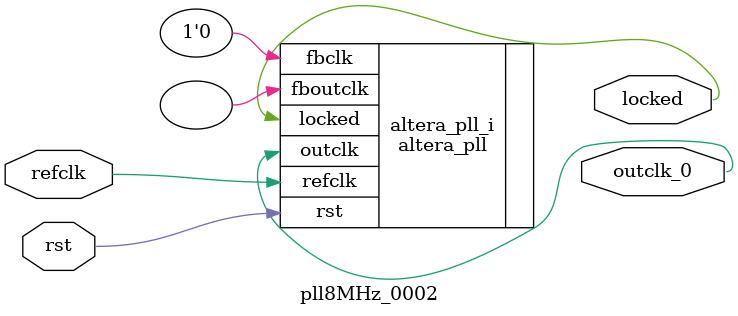
<source format=v>
`timescale 1ns/10ps
module  pll8MHz_0002(

	// interface 'refclk'
	input wire refclk,

	// interface 'reset'
	input wire rst,

	// interface 'outclk0'
	output wire outclk_0,

	// interface 'locked'
	output wire locked
);

	altera_pll #(
		.fractional_vco_multiplier("false"),
		.reference_clock_frequency("50.0 MHz"),
		.operation_mode("direct"),
		.number_of_clocks(1),
		.output_clock_frequency0("8.000000 MHz"),
		.phase_shift0("0 ps"),
		.duty_cycle0(50),
		.output_clock_frequency1("0 MHz"),
		.phase_shift1("0 ps"),
		.duty_cycle1(50),
		.output_clock_frequency2("0 MHz"),
		.phase_shift2("0 ps"),
		.duty_cycle2(50),
		.output_clock_frequency3("0 MHz"),
		.phase_shift3("0 ps"),
		.duty_cycle3(50),
		.output_clock_frequency4("0 MHz"),
		.phase_shift4("0 ps"),
		.duty_cycle4(50),
		.output_clock_frequency5("0 MHz"),
		.phase_shift5("0 ps"),
		.duty_cycle5(50),
		.output_clock_frequency6("0 MHz"),
		.phase_shift6("0 ps"),
		.duty_cycle6(50),
		.output_clock_frequency7("0 MHz"),
		.phase_shift7("0 ps"),
		.duty_cycle7(50),
		.output_clock_frequency8("0 MHz"),
		.phase_shift8("0 ps"),
		.duty_cycle8(50),
		.output_clock_frequency9("0 MHz"),
		.phase_shift9("0 ps"),
		.duty_cycle9(50),
		.output_clock_frequency10("0 MHz"),
		.phase_shift10("0 ps"),
		.duty_cycle10(50),
		.output_clock_frequency11("0 MHz"),
		.phase_shift11("0 ps"),
		.duty_cycle11(50),
		.output_clock_frequency12("0 MHz"),
		.phase_shift12("0 ps"),
		.duty_cycle12(50),
		.output_clock_frequency13("0 MHz"),
		.phase_shift13("0 ps"),
		.duty_cycle13(50),
		.output_clock_frequency14("0 MHz"),
		.phase_shift14("0 ps"),
		.duty_cycle14(50),
		.output_clock_frequency15("0 MHz"),
		.phase_shift15("0 ps"),
		.duty_cycle15(50),
		.output_clock_frequency16("0 MHz"),
		.phase_shift16("0 ps"),
		.duty_cycle16(50),
		.output_clock_frequency17("0 MHz"),
		.phase_shift17("0 ps"),
		.duty_cycle17(50),
		.pll_type("General"),
		.pll_subtype("General")
	) altera_pll_i (
		.rst	(rst),
		.outclk	({outclk_0}),
		.locked	(locked),
		.fboutclk	( ),
		.fbclk	(1'b0),
		.refclk	(refclk)
	);
endmodule


</source>
